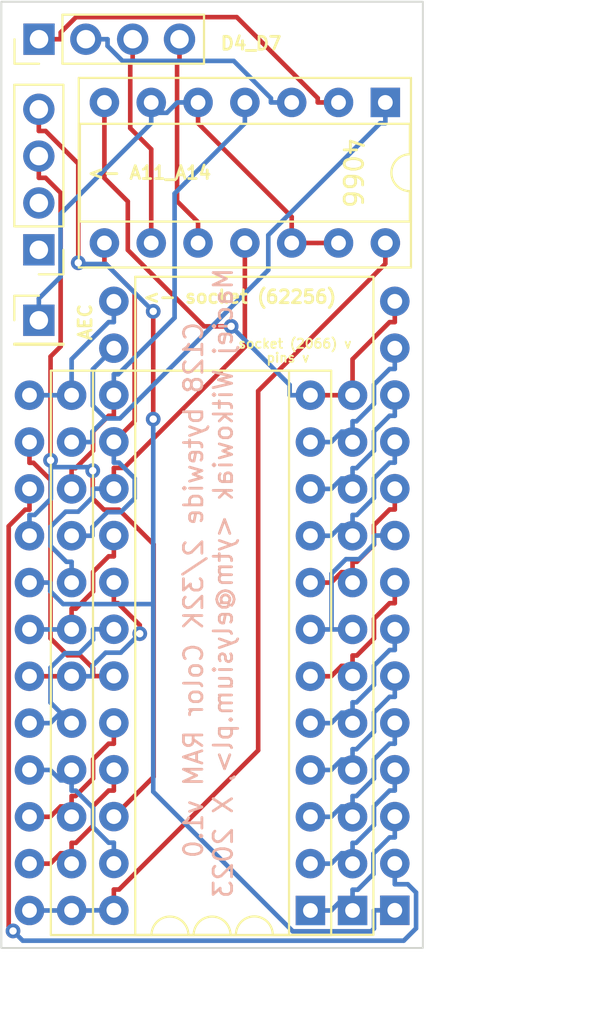
<source format=kicad_pcb>
(kicad_pcb (version 20211014) (generator pcbnew)
  (title_block (title "C128 bytewide 2/32K Color RAM") (date "2023-10-20") (rev "1.0") (company "YTM Enterprises") (comment 1 "Maciej Witkowiak <ytm@elysium.pl>"))
  (layers (0 "F.Cu" signal) (31 "B.Cu" signal) (34 "B.Paste" user) (35 "F.Paste" user) (36 "B.SilkS" user "B.Silkscreen") (37 "F.SilkS" user "F.Silkscreen") (38 "B.Mask" user) (39 "F.Mask" user) (44 "Edge.Cuts" user))
  (net 0 "")
  (net 1 "/A11")
  (net 2 "/A12")
  (net 3 "/A13")
  (net 4 "/A14")
  (net 5 "/AEC")
  (net 6 "/D4_bus")
  (net 7 "/D5_bus")
  (net 8 "/D6_bus")
  (net 9 "/D7_bus")
  (net 10 "/A7")
  (net 11 "/A6")
  (net 12 "/A5")
  (net 13 "/A4")
  (net 14 "/A3")
  (net 15 "/A2")
  (net 16 "/A1")
  (net 17 "/A0")
  (net 18 "/D0")
  (net 19 "/D1")
  (net 20 "/D2")
  (net 21 "GND")
  (net 22 "/D3")
  (net 23 "/~{CS}")
  (net 24 "/A10")
  (net 25 "/~{OE}")
  (net 26 "/~{WE}")
  (net 27 "/A9")
  (net 28 "/A8")
  (net 29 "VCC")
  (net 30 "/D4")
  (net 31 "/D5")
  (net 32 "/D6")
  (net 33 "/D7")
  (footprint "Package_DIP:DIP-14_W7.62mm_Socket" (layer "F.Cu") (at 125.73 68.453 -90)
    (fp_text reference "U4" hide)
    (fp_text value "4066" (at 3.81 1.778 -90 unlocked) (layer "F.SilkS"))
    (fp_line (start -1.33 -1.39) (end -1.33 16.63) (layer "F.SilkS") (width 0.12))
    (fp_line (start 6.46 -1.33) (end 4.81 -1.33) (layer "F.SilkS") (width 0.12))
    (fp_line (start 8.95 -1.39) (end -1.33 -1.39) (layer "F.SilkS") (width 0.12))
    (fp_line (start 8.95 16.63) (end 8.95 -1.39) (layer "F.SilkS") (width 0.12))
    (fp_line (start 1.16 16.57) (end 6.46 16.57) (layer "F.SilkS") (width 0.12))
    (fp_line (start 6.46 16.57) (end 6.46 -1.33) (layer "F.SilkS") (width 0.12))
    (fp_line (start -1.33 16.63) (end 8.95 16.63) (layer "F.SilkS") (width 0.12))
    (fp_line (start 2.81 -1.33) (end 1.16 -1.33) (layer "F.SilkS") (width 0.12))
    (fp_line (start 1.16 -1.33) (end 1.16 16.57) (layer "F.SilkS") (width 0.12))
    (fp_arc (start 4.81 -1.33) (mid 3.81 -0.33) (end 2.81 -1.33) (layer "F.SilkS") (width 0.12))
    (pad "1" thru_hole rect (at 0 0 270) (size 1.6 1.6) (drill 0.8) (layers *.Cu *.Mask) (net 30 "/D4"))
    (pad "2" thru_hole oval (at 0 2.54 270) (size 1.6 1.6) (drill 0.8) (layers *.Cu *.Mask) (net 6 "/D4_bus"))
    (pad "3" thru_hole oval (at 0 5.08 270) (size 1.6 1.6) (drill 0.8) (layers *.Cu *.Mask) (net 7 "/D5_bus"))
    (pad "4" thru_hole oval (at 0 7.62 270) (size 1.6 1.6) (drill 0.8) (layers *.Cu *.Mask) (net 31 "/D5"))
    (pad "5" thru_hole oval (at 0 10.16 270) (size 1.6 1.6) (drill 0.8) (layers *.Cu *.Mask) (net 5 "/AEC"))
    (pad "6" thru_hole oval (at 0 12.7 270) (size 1.6 1.6) (drill 0.8) (layers *.Cu *.Mask) (net 5 "/AEC"))
    (pad "7" thru_hole oval (at 0 15.24 270) (size 1.6 1.6) (drill 0.8) (layers *.Cu *.Mask) (net 21 "GND"))
    (pad "8" thru_hole oval (at 7.62 15.24 270) (size 1.6 1.6) (drill 0.8) (layers *.Cu *.Mask) (net 32 "/D6"))
    (pad "9" thru_hole oval (at 7.62 12.7 270) (size 1.6 1.6) (drill 0.8) (layers *.Cu *.Mask) (net 8 "/D6_bus"))
    (pad "10" thru_hole oval (at 7.62 10.16 270) (size 1.6 1.6) (drill 0.8) (layers *.Cu *.Mask) (net 9 "/D7_bus"))
    (pad "11" thru_hole oval (at 7.62 7.62 270) (size 1.6 1.6) (drill 0.8) (layers *.Cu *.Mask) (net 33 "/D7"))
    (pad "12" thru_hole oval (at 7.62 5.08 270) (size 1.6 1.6) (drill 0.8) (layers *.Cu *.Mask) (net 5 "/AEC"))
    (pad "13" thru_hole oval (at 7.62 2.54 270) (size 1.6 1.6) (drill 0.8) (layers *.Cu *.Mask) (net 5 "/AEC"))
    (pad "14" thru_hole oval (at 7.62 0 270) (size 1.6 1.6) (drill 0.8) (layers *.Cu *.Mask) (net 29 "VCC"))
  )
  (footprint "Connector_PinHeader_2.54mm:PinHeader_1x04_P2.54mm_Vertical" (layer "F.Cu") (at 106.934 76.444 180)
    (fp_text reference "J1" hide)
    (fp_text value "A11_A14" hide)
    (fp_line (start -1.33 8.95) (end 1.33 8.95) (layer "F.SilkS") (width 0.12))
    (fp_line (start -1.33 0) (end -1.33 -1.33) (layer "F.SilkS") (width 0.12))
    (fp_line (start -1.33 1.27) (end -1.33 8.95) (layer "F.SilkS") (width 0.12))
    (fp_line (start -1.33 1.27) (end 1.33 1.27) (layer "F.SilkS") (width 0.12))
    (fp_line (start -1.33 -1.33) (end 0 -1.33) (layer "F.SilkS") (width 0.12))
    (fp_line (start 1.33 1.27) (end 1.33 8.95) (layer "F.SilkS") (width 0.12))
    (pad "1" thru_hole rect (at 0 0 180) (size 1.7 1.7) (drill 1) (layers *.Cu *.Mask) (net 1 "/A11"))
    (pad "2" thru_hole oval (at 0 2.54 180) (size 1.7 1.7) (drill 1) (layers *.Cu *.Mask) (net 2 "/A12"))
    (pad "3" thru_hole oval (at 0 5.08 180) (size 1.7 1.7) (drill 1) (layers *.Cu *.Mask) (net 3 "/A13"))
    (pad "4" thru_hole oval (at 0 7.62 180) (size 1.7 1.7) (drill 1) (layers *.Cu *.Mask) (net 4 "/A14"))
  )
  (footprint "Connector_PinHeader_2.54mm:PinHeader_1x04_P2.54mm_Vertical" (layer "F.Cu") (at 106.944 65.024 90)
    (fp_text reference "J3" hide)
    (fp_text value "D4_D7" (at -0.2286 9.769 180) (layer "F.SilkS") (effects (font (size 0.7 0.7)) (justify left)))
    (fp_line (start -1.33 -1.33) (end 0 -1.33) (layer "F.SilkS") (width 0.12))
    (fp_line (start -1.33 0) (end -1.33 -1.33) (layer "F.SilkS") (width 0.12))
    (fp_line (start -1.33 8.95) (end 1.33 8.95) (layer "F.SilkS") (width 0.12))
    (fp_line (start 1.33 1.27) (end 1.33 8.95) (layer "F.SilkS") (width 0.12))
    (fp_line (start -1.33 1.27) (end 1.33 1.27) (layer "F.SilkS") (width 0.12))
    (fp_line (start -1.33 1.27) (end -1.33 8.95) (layer "F.SilkS") (width 0.12))
    (pad "1" thru_hole rect (at 0 0 90) (size 1.7 1.7) (drill 1) (layers *.Cu *.Mask) (net 6 "/D4_bus"))
    (pad "2" thru_hole oval (at 0 2.54 90) (size 1.7 1.7) (drill 1) (layers *.Cu *.Mask) (net 7 "/D5_bus"))
    (pad "3" thru_hole oval (at 0 5.08 90) (size 1.7 1.7) (drill 1) (layers *.Cu *.Mask) (net 8 "/D6_bus"))
    (pad "4" thru_hole oval (at 0 7.62 90) (size 1.7 1.7) (drill 1) (layers *.Cu *.Mask) (net 9 "/D7_bus"))
  )
  (footprint "Connector_PinHeader_2.54mm:PinHeader_1x01_P2.54mm_Vertical" (layer "F.Cu") (at 106.934 80.264)
    (fp_text reference "J2" hide)
    (fp_text value "AEC" (at 2.5146 0.1016 90) (layer "F.SilkS") (effects (font (size 0.7 0.7))))
    (fp_line (start 1.33 1.27) (end 1.33 1.33) (layer "F.SilkS") (width 0.12))
    (fp_line (start -1.33 1.27) (end 1.33 1.27) (layer "F.SilkS") (width 0.12))
    (fp_line (start -1.33 1.27) (end -1.33 1.33) (layer "F.SilkS") (width 0.12))
    (fp_line (start -1.33 0) (end -1.33 -1.33) (layer "F.SilkS") (width 0.12))
    (fp_line (start -1.33 -1.33) (end 0 -1.33) (layer "F.SilkS") (width 0.12))
    (fp_line (start -1.33 1.33) (end 1.33 1.33) (layer "F.SilkS") (width 0.12))
    (pad "1" thru_hole rect (at 0 0) (size 1.7 1.7) (drill 1) (layers *.Cu *.Mask) (net 5 "/AEC"))
  )
  (footprint "Package_DIP:DIP-24_W15.24mm" (layer "F.Cu") (at 123.952 112.268 180)
    (fp_text reference "U3" hide)
    (fp_text value "2016" hide)
    (fp_line (start 14.08 -1.33) (end 8.62 -1.33) (layer "F.SilkS") (width 0.12))
    (fp_line (start 6.62 -1.33) (end 1.16 -1.33) (layer "F.SilkS") (width 0.12))
    (fp_line (start 14.08 29.27) (end 14.08 -1.33) (layer "F.SilkS") (width 0.12))
    (fp_line (start 1.16 -1.33) (end 1.16 29.27) (layer "F.SilkS") (width 0.12))
    (fp_line (start 1.16 29.27) (end 14.08 29.27) (layer "F.SilkS") (width 0.12))
    (fp_arc (start 8.62 -1.33) (mid 7.62 -0.33) (end 6.62 -1.33) (layer "F.SilkS") (width 0.12))
    (pad "1" thru_hole rect (at 0 0 180) (size 1.6 1.6) (drill 0.8) (layers *.Cu *.Mask) (net 10 "/A7"))
    (pad "2" thru_hole oval (at 0 2.54 180) (size 1.6 1.6) (drill 0.8) (layers *.Cu *.Mask) (net 11 "/A6"))
    (pad "3" thru_hole oval (at 0 5.08 180) (size 1.6 1.6) (drill 0.8) (layers *.Cu *.Mask) (net 12 "/A5"))
    (pad "4" thru_hole oval (at 0 7.62 180) (size 1.6 1.6) (drill 0.8) (layers *.Cu *.Mask) (net 13 "/A4"))
    (pad "5" thru_hole oval (at 0 10.16 180) (size 1.6 1.6) (drill 0.8) (layers *.Cu *.Mask) (net 14 "/A3"))
    (pad "6" thru_hole oval (at 0 12.7 180) (size 1.6 1.6) (drill 0.8) (layers *.Cu *.Mask) (net 15 "/A2"))
    (pad "7" thru_hole oval (at 0 15.24 180) (size 1.6 1.6) (drill 0.8) (layers *.Cu *.Mask) (net 16 "/A1"))
    (pad "8" thru_hole oval (at 0 17.78 180) (size 1.6 1.6) (drill 0.8) (layers *.Cu *.Mask) (net 17 "/A0"))
    (pad "9" thru_hole oval (at 0 20.32 180) (size 1.6 1.6) (drill 0.8) (layers *.Cu *.Mask) (net 18 "/D0"))
    (pad "10" thru_hole oval (at 0 22.86 180) (size 1.6 1.6) (drill 0.8) (layers *.Cu *.Mask) (net 19 "/D1"))
    (pad "11" thru_hole oval (at 0 25.4 180) (size 1.6 1.6) (drill 0.8) (layers *.Cu *.Mask) (net 20 "/D2"))
    (pad "12" thru_hole oval (at 0 27.94 180) (size 1.6 1.6) (drill 0.8) (layers *.Cu *.Mask) (net 21 "GND"))
    (pad "13" thru_hole oval (at 15.24 27.94 180) (size 1.6 1.6) (drill 0.8) (layers *.Cu *.Mask) (net 22 "/D3"))
    (pad "14" thru_hole oval (at 15.24 25.4 180) (size 1.6 1.6) (drill 0.8) (layers *.Cu *.Mask) (net 30 "/D4"))
    (pad "15" thru_hole oval (at 15.24 22.86 180) (size 1.6 1.6) (drill 0.8) (layers *.Cu *.Mask) (net 31 "/D5"))
    (pad "16" thru_hole oval (at 15.24 20.32 180) (size 1.6 1.6) (drill 0.8) (layers *.Cu *.Mask) (net 32 "/D6"))
    (pad "17" thru_hole oval (at 15.24 17.78 180) (size 1.6 1.6) (drill 0.8) (layers *.Cu *.Mask) (net 33 "/D7"))
    (pad "18" thru_hole oval (at 15.24 15.24 180) (size 1.6 1.6) (drill 0.8) (layers *.Cu *.Mask) (net 23 "/~{CS}"))
    (pad "19" thru_hole oval (at 15.24 12.7 180) (size 1.6 1.6) (drill 0.8) (layers *.Cu *.Mask) (net 24 "/A10"))
    (pad "20" thru_hole oval (at 15.24 10.16 180) (size 1.6 1.6) (drill 0.8) (layers *.Cu *.Mask) (net 25 "/~{OE}"))
    (pad "21" thru_hole oval (at 15.24 7.62 180) (size 1.6 1.6) (drill 0.8) (layers *.Cu *.Mask) (net 26 "/~{WE}"))
    (pad "22" thru_hole oval (at 15.24 5.08 180) (size 1.6 1.6) (drill 0.8) (layers *.Cu *.Mask) (net 27 "/A9"))
    (pad "23" thru_hole oval (at 15.24 2.54 180) (size 1.6 1.6) (drill 0.8) (layers *.Cu *.Mask) (net 28 "/A8"))
    (pad "24" thru_hole oval (at 15.24 0 180) (size 1.6 1.6) (drill 0.8) (layers *.Cu *.Mask) (net 29 "VCC"))
  )
  (footprint "Package_DIP:DIP-24_W15.24mm" (layer "F.Cu") (at 121.666 112.268 180)
    (fp_text reference "U1" hide)
    (fp_text value "2016-board" hide)
    (fp_line (start 1.16 29.27) (end 14.08 29.27) (layer "F.SilkS") (width 0.12))
    (fp_line (start 14.08 29.27) (end 14.08 -1.33) (layer "F.SilkS") (width 0.12))
    (fp_line (start 6.62 -1.33) (end 1.16 -1.33) (layer "F.SilkS") (width 0.12))
    (fp_line (start 1.16 -1.33) (end 1.16 29.27) (layer "F.SilkS") (width 0.12))
    (fp_line (start 14.08 -1.33) (end 8.62 -1.33) (layer "F.SilkS") (width 0.12))
    (fp_arc (start 8.62 -1.33) (mid 7.62 -0.33) (end 6.62 -1.33) (layer "F.SilkS") (width 0.12))
    (pad "1" thru_hole rect (at 0 0 180) (size 1.6 1.6) (drill 0.8) (layers *.Cu *.Mask) (net 10 "/A7"))
    (pad "2" thru_hole oval (at 0 2.54 180) (size 1.6 1.6) (drill 0.8) (layers *.Cu *.Mask) (net 11 "/A6"))
    (pad "3" thru_hole oval (at 0 5.08 180) (size 1.6 1.6) (drill 0.8) (layers *.Cu *.Mask) (net 12 "/A5"))
    (pad "4" thru_hole oval (at 0 7.62 180) (size 1.6 1.6) (drill 0.8) (layers *.Cu *.Mask) (net 13 "/A4"))
    (pad "5" thru_hole oval (at 0 10.16 180) (size 1.6 1.6) (drill 0.8) (layers *.Cu *.Mask) (net 14 "/A3"))
    (pad "6" thru_hole oval (at 0 12.7 180) (size 1.6 1.6) (drill 0.8) (layers *.Cu *.Mask) (net 15 "/A2"))
    (pad "7" thru_hole oval (at 0 15.24 180) (size 1.6 1.6) (drill 0.8) (layers *.Cu *.Mask) (net 16 "/A1"))
    (pad "8" thru_hole oval (at 0 17.78 180) (size 1.6 1.6) (drill 0.8) (layers *.Cu *.Mask) (net 17 "/A0"))
    (pad "9" thru_hole oval (at 0 20.32 180) (size 1.6 1.6) (drill 0.8) (layers *.Cu *.Mask) (net 18 "/D0"))
    (pad "10" thru_hole oval (at 0 22.86 180) (size 1.6 1.6) (drill 0.8) (layers *.Cu *.Mask) (net 19 "/D1"))
    (pad "11" thru_hole oval (at 0 25.4 180) (size 1.6 1.6) (drill 0.8) (layers *.Cu *.Mask) (net 20 "/D2"))
    (pad "12" thru_hole oval (at 0 27.94 180) (size 1.6 1.6) (drill 0.8) (layers *.Cu *.Mask) (net 21 "GND"))
    (pad "13" thru_hole oval (at 15.24 27.94 180) (size 1.6 1.6) (drill 0.8) (layers *.Cu *.Mask) (net 22 "/D3"))
    (pad "14" thru_hole oval (at 15.24 25.4 180) (size 1.6 1.6) (drill 0.8) (layers *.Cu *.Mask) (net 1 "/A11"))
    (pad "15" thru_hole oval (at 15.24 22.86 180) (size 1.6 1.6) (drill 0.8) (layers *.Cu *.Mask) (net 2 "/A12"))
    (pad "16" thru_hole oval (at 15.24 20.32 180) (size 1.6 1.6) (drill 0.8) (layers *.Cu *.Mask) (net 3 "/A13"))
    (pad "17" thru_hole oval (at 15.24 17.78 180) (size 1.6 1.6) (drill 0.8) (layers *.Cu *.Mask) (net 4 "/A14"))
    (pad "18" thru_hole oval (at 15.24 15.24 180) (size 1.6 1.6) (drill 0.8) (layers *.Cu *.Mask) (net 23 "/~{CS}"))
    (pad "19" thru_hole oval (at 15.24 12.7 180) (size 1.6 1.6) (drill 0.8) (layers *.Cu *.Mask) (net 24 "/A10"))
    (pad "20" thru_hole oval (at 15.24 10.16 180) (size 1.6 1.6) (drill 0.8) (layers *.Cu *.Mask) (net 25 "/~{OE}"))
    (pad "21" thru_hole oval (at 15.24 7.62 180) (size 1.6 1.6) (drill 0.8) (layers *.Cu *.Mask) (net 26 "/~{WE}"))
    (pad "22" thru_hole oval (at 15.24 5.08 180) (size 1.6 1.6) (drill 0.8) (layers *.Cu *.Mask) (net 27 "/A9"))
    (pad "23" thru_hole oval (at 15.24 2.54 180) (size 1.6 1.6) (drill 0.8) (layers *.Cu *.Mask) (net 28 "/A8"))
    (pad "24" thru_hole oval (at 15.24 0 180) (size 1.6 1.6) (drill 0.8) (layers *.Cu *.Mask) (net 29 "VCC"))
  )
  (footprint "Package_DIP:DIP-28_W15.24mm" (layer "F.Cu") (at 126.243 112.258 180)
    (fp_text reference "U2" hide)
    (fp_text value "KM62256CLP" hide)
    (fp_line (start 1.16 34.35) (end 14.08 34.35) (layer "F.SilkS") (width 0.12))
    (fp_line (start 14.08 34.35) (end 14.08 -1.33) (layer "F.SilkS") (width 0.12))
    (fp_line (start 1.16 -1.33) (end 1.16 34.35) (layer "F.SilkS") (width 0.12))
    (fp_line (start 14.08 -1.33) (end 8.62 -1.33) (layer "F.SilkS") (width 0.12))
    (fp_line (start 6.62 -1.33) (end 1.16 -1.33) (layer "F.SilkS") (width 0.12))
    (fp_arc (start 8.62 -1.33) (mid 7.62 -0.33) (end 6.62 -1.33) (layer "F.SilkS") (width 0.12))
    (pad "1" thru_hole rect (at 0 0 180) (size 1.6 1.6) (drill 0.8) (layers *.Cu *.Mask) (net 4 "/A14"))
    (pad "2" thru_hole oval (at 0 2.54 180) (size 1.6 1.6) (drill 0.8) (layers *.Cu *.Mask) (net 2 "/A12"))
    (pad "3" thru_hole oval (at 0 5.08 180) (size 1.6 1.6) (drill 0.8) (layers *.Cu *.Mask) (net 10 "/A7"))
    (pad "4" thru_hole oval (at 0 7.62 180) (size 1.6 1.6) (drill 0.8) (layers *.Cu *.Mask) (net 11 "/A6"))
    (pad "5" thru_hole oval (at 0 10.16 180) (size 1.6 1.6) (drill 0.8) (layers *.Cu *.Mask) (net 12 "/A5"))
    (pad "6" thru_hole oval (at 0 12.7 180) (size 1.6 1.6) (drill 0.8) (layers *.Cu *.Mask) (net 13 "/A4"))
    (pad "7" thru_hole oval (at 0 15.24 180) (size 1.6 1.6) (drill 0.8) (layers *.Cu *.Mask) (net 14 "/A3"))
    (pad "8" thru_hole oval (at 0 17.78 180) (size 1.6 1.6) (drill 0.8) (layers *.Cu *.Mask) (net 15 "/A2"))
    (pad "9" thru_hole oval (at 0 20.32 180) (size 1.6 1.6) (drill 0.8) (layers *.Cu *.Mask) (net 16 "/A1"))
    (pad "10" thru_hole oval (at 0 22.86 180) (size 1.6 1.6) (drill 0.8) (layers *.Cu *.Mask) (net 17 "/A0"))
    (pad "11" thru_hole oval (at 0 25.4 180) (size 1.6 1.6) (drill 0.8) (layers *.Cu *.Mask) (net 18 "/D0"))
    (pad "12" thru_hole oval (at 0 27.94 180) (size 1.6 1.6) (drill 0.8) (layers *.Cu *.Mask) (net 19 "/D1"))
    (pad "13" thru_hole oval (at 0 30.48 180) (size 1.6 1.6) (drill 0.8) (layers *.Cu *.Mask) (net 20 "/D2"))
    (pad "14" thru_hole oval (at 0 33.02 180) (size 1.6 1.6) (drill 0.8) (layers *.Cu *.Mask) (net 21 "GND"))
    (pad "15" thru_hole oval (at 15.24 33.02 180) (size 1.6 1.6) (drill 0.8) (layers *.Cu *.Mask) (net 22 "/D3"))
    (pad "16" thru_hole oval (at 15.24 30.48 180) (size 1.6 1.6) (drill 0.8) (layers *.Cu *.Mask) (net 30 "/D4"))
    (pad "17" thru_hole oval (at 15.24 27.94 180) (size 1.6 1.6) (drill 0.8) (layers *.Cu *.Mask) (net 31 "/D5"))
    (pad "18" thru_hole oval (at 15.24 25.4 180) (size 1.6 1.6) (drill 0.8) (layers *.Cu *.Mask) (net 32 "/D6"))
    (pad "19" thru_hole oval (at 15.24 22.86 180) (size 1.6 1.6) (drill 0.8) (layers *.Cu *.Mask) (net 33 "/D7"))
    (pad "20" thru_hole oval (at 15.24 20.32 180) (size 1.6 1.6) (drill 0.8) (layers *.Cu *.Mask) (net 23 "/~{CS}"))
    (pad "21" thru_hole oval (at 15.24 17.78 180) (size 1.6 1.6) (drill 0.8) (layers *.Cu *.Mask) (net 24 "/A10"))
    (pad "22" thru_hole oval (at 15.24 15.24 180) (size 1.6 1.6) (drill 0.8) (layers *.Cu *.Mask) (net 25 "/~{OE}"))
    (pad "23" thru_hole oval (at 15.24 12.7 180) (size 1.6 1.6) (drill 0.8) (layers *.Cu *.Mask) (net 1 "/A11"))
    (pad "24" thru_hole oval (at 15.24 10.16 180) (size 1.6 1.6) (drill 0.8) (layers *.Cu *.Mask) (net 27 "/A9"))
    (pad "25" thru_hole oval (at 15.24 7.62 180) (size 1.6 1.6) (drill 0.8) (layers *.Cu *.Mask) (net 28 "/A8"))
    (pad "26" thru_hole oval (at 15.24 5.08 180) (size 1.6 1.6) (drill 0.8) (layers *.Cu *.Mask) (net 3 "/A13"))
    (pad "27" thru_hole oval (at 15.24 2.54 180) (size 1.6 1.6) (drill 0.8) (layers *.Cu *.Mask) (net 26 "/~{WE}"))
    (pad "28" thru_hole oval (at 15.24 0 180) (size 1.6 1.6) (drill 0.8) (layers *.Cu *.Mask) (net 29 "VCC"))
  )
  (gr_rect (start 104.902 62.992) (end 127.762 114.3) (layer "Edge.Cuts") (width 0.1) (fill none))
  (gr_text "C128 bytewide 2/32K Color RAM v1.0\nMaciej Witkowiak <ytm@elysium.pl>, X 2023 " (at 116.1288 94.8944 90) (layer "B.SilkS") (effects (font (size 1 1)) (justify mirror)))
  (gr_text "pins v" (at 121.666 82.296) (layer "F.SilkS") (effects (font (size 0.5 0.5) (thickness 0.1)) (justify right)))
  (gr_text "<- socket (62256)" (at 112.522 78.994) (layer "F.SilkS") (effects (font (size 0.7 0.7)) (justify left)))
  (gr_text "<- A11_A14" (at 109.4994 72.263) (layer "F.SilkS") (effects (font (size 0.7 0.7)) (justify left)))
  (gr_text "socket (2066) v" (at 123.952 81.534) (layer "F.SilkS") (effects (font (size 0.5 0.5) (thickness 0.1)) (justify right)))
  (segment (start 106.6437 87.9949) (end 106.426 87.9949) (width 0.25) (layer "F.Cu") (net 1))
  (segment (start 109.1719 98.4311) (end 108.4862 98.4311) (width 0.25) (layer "F.Cu") (net 1))
  (segment (start 108.4862 98.4311) (end 107.569 97.5139) (width 0.25) (layer "F.Cu") (net 1))
  (segment (start 107.569 97.5139) (end 107.569 88.9202) (width 0.25) (layer "F.Cu") (net 1))
  (segment (start 107.569 88.9202) (end 106.6437 87.9949) (width 0.25) (layer "F.Cu") (net 1))
  (segment (start 109.8761 99.1353) (end 109.1719 98.4311) (width 0.25) (layer "F.Cu") (net 1))
  (segment (start 106.426 86.868) (end 106.426 87.9949) (width 0.25) (layer "F.Cu") (net 1))
  (segment (start 111.003 99.558) (end 109.8761 99.558) (width 0.25) (layer "F.Cu") (net 1))
  (segment (start 109.8761 99.558) (end 109.8761 99.1353) (width 0.25) (layer "F.Cu") (net 1))
  (segment (start 105.2991 113.1434) (end 105.2991 91.4283) (width 0.25) (layer "F.Cu") (net 2))
  (segment (start 105.5334 113.3777) (end 105.2991 113.1434) (width 0.25) (layer "F.Cu") (net 2))
  (segment (start 106.426 89.408) (end 106.426 89.867) (width 0.25) (layer "F.Cu") (net 2))
  (segment (start 106.426 89.9714) (end 106.426 90.5349) (width 0.25) (layer "F.Cu") (net 2))
  (segment (start 105.2991 91.4283) (end 106.1925 90.5349) (width 0.25) (layer "F.Cu") (net 2))
  (segment (start 106.426 89.9714) (end 106.426 89.867) (width 0.25) (layer "F.Cu") (net 2))
  (segment (start 106.1925 90.5349) (end 106.426 90.5349) (width 0.25) (layer "F.Cu") (net 2))
  (via (at 105.5334 113.3777) (size 0.8) (drill 0.4) (layers "F.Cu" "B.Cu") (net 2))
  (segment (start 127.396 113.2372) (end 127.396 111.2936) (width 0.25) (layer "B.Cu") (net 2))
  (segment (start 127.396 111.2936) (end 126.9473 110.8449) (width 0.25) (layer "B.Cu") (net 2))
  (segment (start 106.0606 113.9049) (end 126.7283 113.9049) (width 0.25) (layer "B.Cu") (net 2))
  (segment (start 126.9473 110.8449) (end 126.243 110.8449) (width 0.25) (layer "B.Cu") (net 2))
  (segment (start 126.7283 113.9049) (end 127.396 113.2372) (width 0.25) (layer "B.Cu") (net 2))
  (segment (start 105.5334 113.3777) (end 106.0606 113.9049) (width 0.25) (layer "B.Cu") (net 2))
  (segment (start 126.243 109.718) (end 126.243 110.8449) (width 0.25) (layer "B.Cu") (net 2))
  (segment (start 108.1162 81.6834) (end 108.1162 73.3573) (width 0.25) (layer "F.Cu") (net 3))
  (segment (start 113.1616 92.4135) (end 113.1616 105.0194) (width 0.25) (layer "F.Cu") (net 3))
  (segment (start 110.462 90.5334) (end 111.2815 90.5334) (width 0.25) (layer "F.Cu") (net 3))
  (segment (start 108.1162 73.3573) (end 107.2998 72.5409) (width 0.25) (layer "F.Cu") (net 3))
  (segment (start 109.8575 89.9289) (end 110.462 90.5334) (width 0.25) (layer "F.Cu") (net 3))
  (segment (start 106.934 71.364) (end 106.934 72.5409) (width 0.25) (layer "F.Cu") (net 3))
  (segment (start 109.8575 88.4206) (end 109.8575 89.9289) (width 0.25) (layer "F.Cu") (net 3))
  (segment (start 111.2815 90.5334) (end 113.1616 92.4135) (width 0.25) (layer "F.Cu") (net 3))
  (segment (start 107.569 87.8552) (end 107.569 82.2306) (width 0.25) (layer "F.Cu") (net 3))
  (segment (start 113.1616 105.0194) (end 111.003 107.178) (width 0.25) (layer "F.Cu") (net 3))
  (segment (start 107.569 82.2306) (end 108.1162 81.6834) (width 0.25) (layer "F.Cu") (net 3))
  (segment (start 107.2998 72.5409) (end 106.934 72.5409) (width 0.25) (layer "F.Cu") (net 3))
  (via (at 109.8575 88.4206) (size 0.8) (drill 0.4) (layers "F.Cu" "B.Cu") (net 3))
  (via (at 107.569 87.8552) (size 0.8) (drill 0.4) (layers "F.Cu" "B.Cu") (net 3))
  (segment (start 107.5868 88.2267) (end 107.5868 87.873) (width 0.25) (layer "B.Cu") (net 3))
  (segment (start 106.426 91.948) (end 106.426 90.8211) (width 0.25) (layer "B.Cu") (net 3))
  (segment (start 107.5851 88.2284) (end 107.5851 89.9437) (width 0.25) (layer "B.Cu") (net 3))
  (segment (start 107.5868 87.873) (end 107.569 87.8552) (width 0.25) (layer "B.Cu") (net 3))
  (segment (start 109.6636 88.2267) (end 107.5868 88.2267) (width 0.25) (layer "B.Cu") (net 3))
  (segment (start 107.5851 89.9437) (end 106.7077 90.8211) (width 0.25) (layer "B.Cu") (net 3))
  (segment (start 107.5868 88.2267) (end 107.5851 88.2284) (width 0.25) (layer "B.Cu") (net 3))
  (segment (start 109.8575 88.4206) (end 109.6636 88.2267) (width 0.25) (layer "B.Cu") (net 3))
  (segment (start 106.7077 90.8211) (end 106.426 90.8211) (width 0.25) (layer "B.Cu") (net 3))
  (segment (start 109.0726 71.7717) (end 109.0726 77.147) (width 0.25) (layer "F.Cu") (net 4))
  (segment (start 106.934 68.824) (end 106.934 70.0009) (width 0.25) (layer "F.Cu") (net 4))
  (segment (start 113.1382 85.625) (end 113.1382 79.7795) (width 0.25) (layer "F.Cu") (net 4))
  (segment (start 106.934 70.0009) (end 107.3018 70.0009) (width 0.25) (layer "F.Cu") (net 4))
  (segment (start 107.3018 70.0009) (end 109.0726 71.7717) (width 0.25) (layer "F.Cu") (net 4))
  (via (at 113.1382 85.625) (size 0.8) (drill 0.4) (layers "F.Cu" "B.Cu") (net 4))
  (via (at 113.1382 79.7795) (size 0.8) (drill 0.4) (layers "F.Cu" "B.Cu") (net 4))
  (via (at 109.0726 77.147) (size 0.8) (drill 0.4) (layers "F.Cu" "B.Cu") (net 4))
  (segment (start 109.1391 77.2135) (end 109.0726 77.147) (width 0.25) (layer "B.Cu") (net 4))
  (segment (start 108.2511 95.6532) (end 113.1382 95.6532) (width 0.25) (layer "B.Cu") (net 4))
  (segment (start 107.5529 94.955) (end 108.2511 95.6532) (width 0.25) (layer "B.Cu") (net 4))
  (segment (start 106.426 94.488) (end 107.5529 94.488) (width 0.25) (layer "B.Cu") (net 4))
  (segment (start 125.1161 113.244) (end 124.9634 113.3967) (width 0.25) (layer "B.Cu") (net 4))
  (segment (start 107.5529 94.488) (end 107.5529 94.955) (width 0.25) (layer "B.Cu") (net 4))
  (segment (start 126.243 112.258) (end 125.1161 112.258) (width 0.25) (layer "B.Cu") (net 4))
  (segment (start 113.1382 95.6532) (end 113.1382 85.625) (width 0.25) (layer "B.Cu") (net 4))
  (segment (start 120.7094 113.3967) (end 113.1382 105.8255) (width 0.25) (layer "B.Cu") (net 4))
  (segment (start 125.1161 112.258) (end 125.1161 113.244) (width 0.25) (layer "B.Cu") (net 4))
  (segment (start 110.5722 77.2135) (end 109.1391 77.2135) (width 0.25) (layer "B.Cu") (net 4))
  (segment (start 124.9634 113.3967) (end 120.7094 113.3967) (width 0.25) (layer "B.Cu") (net 4))
  (segment (start 113.1382 105.8255) (end 113.1382 95.6532) (width 0.25) (layer "B.Cu") (net 4))
  (segment (start 113.1382 79.7795) (end 110.5722 77.2135) (width 0.25) (layer "B.Cu") (net 4))
  (segment (start 123.19 76.073) (end 122.0631 76.073) (width 0.25) (layer "F.Cu") (net 5))
  (segment (start 115.57 68.453) (end 115.57 69.5799) (width 0.25) (layer "F.Cu") (net 5))
  (segment (start 115.57 69.5799) (end 120.65 74.6599) (width 0.25) (layer "F.Cu") (net 5))
  (segment (start 120.65 76.073) (end 122.0631 76.073) (width 0.25) (layer "F.Cu") (net 5))
  (segment (start 120.65 74.6599) (end 120.65 76.073) (width 0.25) (layer "F.Cu") (net 5))
  (segment (start 108.1109 77.9102) (end 108.1109 74.499) (width 0.25) (layer "B.Cu") (net 5))
  (segment (start 113.03 69.0164) (end 113.8797 69.0164) (width 0.25) (layer "B.Cu") (net 5))
  (segment (start 113.8797 69.0164) (end 114.4431 68.453) (width 0.25) (layer "B.Cu") (net 5))
  (segment (start 106.934 79.0871) (end 108.1109 77.9102) (width 0.25) (layer "B.Cu") (net 5))
  (segment (start 113.03 68.453) (end 113.03 69.0164) (width 0.25) (layer "B.Cu") (net 5))
  (segment (start 113.03 69.0164) (end 113.03 69.5799) (width 0.25) (layer "B.Cu") (net 5))
  (segment (start 108.1109 74.499) (end 113.03 69.5799) (width 0.25) (layer "B.Cu") (net 5))
  (segment (start 115.57 68.453) (end 114.4431 68.453) (width 0.25) (layer "B.Cu") (net 5))
  (segment (start 106.934 80.264) (end 106.934 79.0871) (width 0.25) (layer "B.Cu") (net 5))
  (segment (start 117.6711 63.8275) (end 122.0631 68.2195) (width 0.25) (layer "F.Cu") (net 6))
  (segment (start 108.1209 65.024) (end 108.1209 64.6562) (width 0.25) (layer "F.Cu") (net 6))
  (segment (start 106.944 65.024) (end 108.1209 65.024) (width 0.25) (layer "F.Cu") (net 6))
  (segment (start 108.9496 63.8275) (end 117.6711 63.8275) (width 0.25) (layer "F.Cu") (net 6))
  (segment (start 108.1209 64.6562) (end 108.9496 63.8275) (width 0.25) (layer "F.Cu") (net 6))
  (segment (start 123.19 68.453) (end 122.0631 68.453) (width 0.25) (layer "F.Cu") (net 6))
  (segment (start 122.0631 68.2195) (end 122.0631 68.453) (width 0.25) (layer "F.Cu") (net 6))
  (segment (start 117.5045 66.2009) (end 119.5231 68.2195) (width 0.25) (layer "B.Cu") (net 7))
  (segment (start 110.6609 65.3919) (end 111.4699 66.2009) (width 0.25) (layer "B.Cu") (net 7))
  (segment (start 109.484 65.024) (end 110.6609 65.024) (width 0.25) (layer "B.Cu") (net 7))
  (segment (start 110.6609 65.024) (end 110.6609 65.3919) (width 0.25) (layer "B.Cu") (net 7))
  (segment (start 120.65 68.453) (end 119.5231 68.453) (width 0.25) (layer "B.Cu") (net 7))
  (segment (start 111.4699 66.2009) (end 117.5045 66.2009) (width 0.25) (layer "B.Cu") (net 7))
  (segment (start 119.5231 68.2195) (end 119.5231 68.453) (width 0.25) (layer "B.Cu") (net 7))
  (segment (start 113.03 70.9891) (end 111.892 69.8511) (width 0.25) (layer "F.Cu") (net 8))
  (segment (start 111.892 69.8511) (end 111.892 66.3329) (width 0.25) (layer "F.Cu") (net 8))
  (segment (start 113.03 76.073) (end 113.03 70.9891) (width 0.25) (layer "F.Cu") (net 8))
  (segment (start 111.892 66.3329) (end 112.024 66.2009) (width 0.25) (layer "F.Cu") (net 8))
  (segment (start 112.024 65.024) (end 112.024 66.2009) (width 0.25) (layer "F.Cu") (net 8))
  (segment (start 114.564 66.2009) (end 114.432 66.3329) (width 0.25) (layer "F.Cu") (net 9))
  (segment (start 114.432 66.3329) (end 114.432 73.8081) (width 0.25) (layer "F.Cu") (net 9))
  (segment (start 115.57 76.073) (end 115.57 74.9461) (width 0.25) (layer "F.Cu") (net 9))
  (segment (start 114.564 65.024) (end 114.564 66.2009) (width 0.25) (layer "F.Cu") (net 9))
  (segment (start 114.432 73.8081) (end 115.57 74.9461) (width 0.25) (layer "F.Cu") (net 9))
  (segment (start 123.952 111.1411) (end 124.2338 111.1411) (width 0.25) (layer "B.Cu") (net 10))
  (segment (start 124.2338 111.1411) (end 125.0804 110.2945) (width 0.25) (layer "B.Cu") (net 10))
  (segment (start 125.0804 109.1857) (end 125.9612 108.3049) (width 0.25) (layer "B.Cu") (net 10))
  (segment (start 125.0804 110.2945) (end 125.0804 109.1857) (width 0.25) (layer "B.Cu") (net 10))
  (segment (start 121.666 112.268) (end 122.7929 112.268) (width 0.25) (layer "B.Cu") (net 10))
  (segment (start 123.3564 111.7045) (end 122.7929 112.268) (width 0.25) (layer "B.Cu") (net 10))
  (segment (start 123.952 111.7045) (end 123.3564 111.7045) (width 0.25) (layer "B.Cu") (net 10))
  (segment (start 123.952 111.7045) (end 123.952 111.1411) (width 0.25) (layer "B.Cu") (net 10))
  (segment (start 123.952 112.268) (end 123.952 111.7045) (width 0.25) (layer "B.Cu") (net 10))
  (segment (start 126.243 107.178) (end 126.243 108.3049) (width 0.25) (layer "B.Cu") (net 10))
  (segment (start 125.9612 108.3049) (end 126.243 108.3049) (width 0.25) (layer "B.Cu") (net 10))
  (segment (start 123.3564 109.1645) (end 122.7929 109.728) (width 0.25) (layer "B.Cu") (net 11))
  (segment (start 125.1161 106.61) (end 125.9612 105.7649) (width 0.25) (layer "B.Cu") (net 11))
  (segment (start 125.1161 107.6314) (end 125.1161 106.61) (width 0.25) (layer "B.Cu") (net 11))
  (segment (start 123.952 109.1645) (end 123.3564 109.1645) (width 0.25) (layer "B.Cu") (net 11))
  (segment (start 124.1464 108.6011) (end 125.1161 107.6314) (width 0.25) (layer "B.Cu") (net 11))
  (segment (start 123.952 109.728) (end 123.952 109.1645) (width 0.25) (layer "B.Cu") (net 11))
  (segment (start 121.666 109.728) (end 122.7929 109.728) (width 0.25) (layer "B.Cu") (net 11))
  (segment (start 123.952 109.1645) (end 123.952 108.6011) (width 0.25) (layer "B.Cu") (net 11))
  (segment (start 125.9612 105.7649) (end 126.243 105.7649) (width 0.25) (layer "B.Cu") (net 11))
  (segment (start 126.243 104.638) (end 126.243 105.7649) (width 0.25) (layer "B.Cu") (net 11))
  (segment (start 123.952 108.6011) (end 124.1464 108.6011) (width 0.25) (layer "B.Cu") (net 11))
  (segment (start 121.666 107.188) (end 122.7929 107.188) (width 0.25) (layer "B.Cu") (net 12))
  (segment (start 123.952 107.188) (end 123.952 106.6245) (width 0.25) (layer "B.Cu") (net 12))
  (segment (start 126.243 102.098) (end 126.243 103.2249) (width 0.25) (layer "B.Cu") (net 12))
  (segment (start 125.1161 105.11) (end 125.1161 104.07) (width 0.25) (layer "B.Cu") (net 12))
  (segment (start 123.3564 106.6245) (end 122.7929 107.188) (width 0.25) (layer "B.Cu") (net 12))
  (segment (start 123.952 106.0611) (end 124.165 106.0611) (width 0.25) (layer "B.Cu") (net 12))
  (segment (start 125.1161 104.07) (end 125.9612 103.2249) (width 0.25) (layer "B.Cu") (net 12))
  (segment (start 124.165 106.0611) (end 125.1161 105.11) (width 0.25) (layer "B.Cu") (net 12))
  (segment (start 123.952 106.6245) (end 123.952 106.0611) (width 0.25) (layer "B.Cu") (net 12))
  (segment (start 125.9612 103.2249) (end 126.243 103.2249) (width 0.25) (layer "B.Cu") (net 12))
  (segment (start 123.952 106.6245) (end 123.3564 106.6245) (width 0.25) (layer "B.Cu") (net 12))
  (segment (start 121.666 104.648) (end 122.7929 104.648) (width 0.25) (layer "B.Cu") (net 13))
  (segment (start 123.952 103.5211) (end 124.165 103.5211) (width 0.25) (layer "B.Cu") (net 13))
  (segment (start 123.952 104.648) (end 123.952 104.0845) (width 0.25) (layer "B.Cu") (net 13))
  (segment (start 125.9612 100.6849) (end 126.243 100.6849) (width 0.25) (layer "B.Cu") (net 13))
  (segment (start 126.243 99.558) (end 126.243 100.6849) (width 0.25) (layer "B.Cu") (net 13))
  (segment (start 123.952 104.0845) (end 123.3564 104.0845) (width 0.25) (layer "B.Cu") (net 13))
  (segment (start 123.3564 104.0845) (end 122.7929 104.648) (width 0.25) (layer "B.Cu") (net 13))
  (segment (start 125.1161 101.53) (end 125.9612 100.6849) (width 0.25) (layer "B.Cu") (net 13))
  (segment (start 125.1161 102.57) (end 125.1161 101.53) (width 0.25) (layer "B.Cu") (net 13))
  (segment (start 124.165 103.5211) (end 125.1161 102.57) (width 0.25) (layer "B.Cu") (net 13))
  (segment (start 123.952 104.0845) (end 123.952 103.5211) (width 0.25) (layer "B.Cu") (net 13))
  (segment (start 123.952 101.5445) (end 123.3564 101.5445) (width 0.25) (layer "B.Cu") (net 14))
  (segment (start 126.243 98.1449) (end 125.9612 98.1449) (width 0.25) (layer "B.Cu") (net 14))
  (segment (start 125.1161 100.03) (end 124.165 100.9811) (width 0.25) (layer "B.Cu") (net 14))
  (segment (start 123.3564 101.5445) (end 122.7929 102.108) (width 0.25) (layer "B.Cu") (net 14))
  (segment (start 125.1161 98.99) (end 125.1161 100.03) (width 0.25) (layer "B.Cu") (net 14))
  (segment (start 124.165 100.9811) (end 123.952 100.9811) (width 0.25) (layer "B.Cu") (net 14))
  (segment (start 123.952 101.5445) (end 123.952 100.9811) (width 0.25) (layer "B.Cu") (net 14))
  (segment (start 126.243 97.018) (end 126.243 98.1449) (width 0.25) (layer "B.Cu") (net 14))
  (segment (start 121.666 102.108) (end 122.7929 102.108) (width 0.25) (layer "B.Cu") (net 14))
  (segment (start 125.9612 98.1449) (end 125.1161 98.99) (width 0.25) (layer "B.Cu") (net 14))
  (segment (start 123.952 102.108) (end 123.952 101.5445) (width 0.25) (layer "B.Cu") (net 14))
  (segment (start 121.666 99.568) (end 122.7929 99.568) (width 0.25) (layer "F.Cu") (net 15))
  (segment (start 126.243 95.6049) (end 125.9612 95.6049) (width 0.25) (layer "F.Cu") (net 15))
  (segment (start 124.1855 98.4411) (end 123.952 98.4411) (width 0.25) (layer "F.Cu") (net 15))
  (segment (start 125.1161 97.5105) (end 124.1855 98.4411) (width 0.25) (layer "F.Cu") (net 15))
  (segment (start 125.1161 96.45) (end 125.1161 97.5105) (width 0.25) (layer "F.Cu") (net 15))
  (segment (start 125.9612 95.6049) (end 125.1161 96.45) (width 0.25) (layer "F.Cu") (net 15))
  (segment (start 123.3564 99.0045) (end 122.7929 99.568) (width 0.25) (layer "F.Cu") (net 15))
  (segment (start 123.952 99.0045) (end 123.3564 99.0045) (width 0.25) (layer "F.Cu") (net 15))
  (segment (start 123.952 99.0045) (end 123.952 98.4411) (width 0.25) (layer "F.Cu") (net 15))
  (segment (start 123.952 99.568) (end 123.952 99.0045) (width 0.25) (layer "F.Cu") (net 15))
  (segment (start 126.243 94.478) (end 126.243 95.6049) (width 0.25) (layer "F.Cu") (net 15))
  (segment (start 126.243 91.938) (end 125.1161 91.938) (width 0.25) (layer "B.Cu") (net 16))
  (segment (start 125.1161 92.405) (end 125.1161 91.938) (width 0.25) (layer "B.Cu") (net 16))
  (segment (start 122.809 94.002) (end 123.593 93.218) (width 0.25) (layer "B.Cu") (net 16))
  (segment (start 123.593 93.218) (end 124.3031 93.218) (width 0.25) (layer "B.Cu") (net 16))
  (segment (start 124.3031 93.218) (end 125.1161 92.405) (width 0.25) (layer "B.Cu") (net 16))
  (segment (start 122.809 97.028) (end 122.809 94.002) (width 0.25) (layer "B.Cu") (net 16))
  (segment (start 123.952 97.028) (end 122.809 97.028) (width 0.25) (layer "B.Cu") (net 16))
  (segment (start 122.809 97.028) (end 121.666 97.028) (width 0.25) (layer "B.Cu") (net 16))
  (segment (start 123.3564 93.9245) (end 122.7929 94.488) (width 0.25) (layer "F.Cu") (net 17))
  (segment (start 124.1855 93.3611) (end 123.952 93.3611) (width 0.25) (layer "F.Cu") (net 17))
  (segment (start 123.952 94.488) (end 123.952 93.9245) (width 0.25) (layer "F.Cu") (net 17))
  (segment (start 123.952 93.9245) (end 123.3564 93.9245) (width 0.25) (layer "F.Cu") (net 17))
  (segment (start 123.952 93.9245) (end 123.952 93.3611) (width 0.25) (layer "F.Cu") (net 17))
  (segment (start 126.243 90.5249) (end 125.9612 90.5249) (width 0.25) (layer "F.Cu") (net 17))
  (segment (start 125.1161 91.37) (end 125.1161 92.4305) (width 0.25) (layer "F.Cu") (net 17))
  (segment (start 125.9612 90.5249) (end 125.1161 91.37) (width 0.25) (layer "F.Cu") (net 17))
  (segment (start 125.1161 92.4305) (end 124.1855 93.3611) (width 0.25) (layer "F.Cu") (net 17))
  (segment (start 126.243 89.398) (end 126.243 90.5249) (width 0.25) (layer "F.Cu") (net 17))
  (segment (start 121.666 94.488) (end 122.7929 94.488) (width 0.25) (layer "F.Cu") (net 17))
  (segment (start 126.243 86.858) (end 126.243 87.9849) (width 0.25) (layer "B.Cu") (net 18))
  (segment (start 125.1161 88.83) (end 125.9612 87.9849) (width 0.25) (layer "B.Cu") (net 18))
  (segment (start 123.3564 91.3845) (end 122.7929 91.948) (width 0.25) (layer "B.Cu") (net 18))
  (segment (start 125.9612 87.9849) (end 126.243 87.9849) (width 0.25) (layer "B.Cu") (net 18))
  (segment (start 123.952 91.3845) (end 123.3564 91.3845) (width 0.25) (layer "B.Cu") (net 18))
  (segment (start 125.1161 89.8905) (end 125.1161 88.83) (width 0.25) (layer "B.Cu") (net 18))
  (segment (start 124.1855 90.8211) (end 125.1161 89.8905) (width 0.25) (layer "B.Cu") (net 18))
  (segment (start 123.952 91.3845) (end 123.952 90.8211) (width 0.25) (layer "B.Cu") (net 18))
  (segment (start 123.952 90.8211) (end 124.1855 90.8211) (width 0.25) (layer "B.Cu") (net 18))
  (segment (start 121.666 91.948) (end 122.7929 91.948) (width 0.25) (layer "B.Cu") (net 18))
  (segment (start 123.952 91.948) (end 123.952 91.3845) (width 0.25) (layer "B.Cu") (net 18))
  (segment (start 125.9612 85.4449) (end 126.243 85.4449) (width 0.25) (layer "B.Cu") (net 19))
  (segment (start 123.3564 88.8445) (end 122.7929 89.408) (width 0.25) (layer "B.Cu") (net 19))
  (segment (start 123.952 88.8445) (end 123.952 88.2811) (width 0.25) (layer "B.Cu") (net 19))
  (segment (start 123.952 89.408) (end 123.952 88.8445) (width 0.25) (layer "B.Cu") (net 19))
  (segment (start 125.1161 86.29) (end 125.9612 85.4449) (width 0.25) (layer "B.Cu") (net 19))
  (segment (start 125.1161 87.33) (end 125.1161 86.29) (width 0.25) (layer "B.Cu") (net 19))
  (segment (start 121.666 89.408) (end 122.7929 89.408) (width 0.25) (layer "B.Cu") (net 19))
  (segment (start 123.952 88.2811) (end 124.165 88.2811) (width 0.25) (layer "B.Cu") (net 19))
  (segment (start 126.243 84.318) (end 126.243 85.4449) (width 0.25) (layer "B.Cu") (net 19))
  (segment (start 124.165 88.2811) (end 125.1161 87.33) (width 0.25) (layer "B.Cu") (net 19))
  (segment (start 123.952 88.8445) (end 123.3564 88.8445) (width 0.25) (layer "B.Cu") (net 19))
  (segment (start 123.952 86.3045) (end 123.3564 86.3045) (width 0.25) (layer "B.Cu") (net 20))
  (segment (start 123.952 86.3045) (end 123.952 85.7411) (width 0.25) (layer "B.Cu") (net 20))
  (segment (start 121.666 86.868) (end 122.7929 86.868) (width 0.25) (layer "B.Cu") (net 20))
  (segment (start 126.243 81.778) (end 126.243 82.9049) (width 0.25) (layer "B.Cu") (net 20))
  (segment (start 125.1161 84.79) (end 124.165 85.7411) (width 0.25) (layer "B.Cu") (net 20))
  (segment (start 126.243 82.9049) (end 125.9612 82.9049) (width 0.25) (layer "B.Cu") (net 20))
  (segment (start 124.165 85.7411) (end 123.952 85.7411) (width 0.25) (layer "B.Cu") (net 20))
  (segment (start 123.3564 86.3045) (end 122.7929 86.868) (width 0.25) (layer "B.Cu") (net 20))
  (segment (start 125.9612 82.9049) (end 125.1161 83.75) (width 0.25) (layer "B.Cu") (net 20))
  (segment (start 123.952 86.868) (end 123.952 86.3045) (width 0.25) (layer "B.Cu") (net 20))
  (segment (start 125.1161 83.75) (end 125.1161 84.79) (width 0.25) (layer "B.Cu") (net 20))
  (segment (start 123.952 84.328) (end 122.7929 84.328) (width 0.25) (layer "F.Cu") (net 21))
  (segment (start 123.952 82.3742) (end 123.952 84.328) (width 0.25) (layer "F.Cu") (net 21))
  (segment (start 111.76 76.453) (end 111.76 73.8222) (width 0.25) (layer "F.Cu") (net 21))
  (segment (start 125.9613 80.3649) (end 123.952 82.3742) (width 0.25) (layer "F.Cu") (net 21))
  (segment (start 117.3652 80.5935) (end 115.9005 80.5935) (width 0.25) (layer "F.Cu") (net 21))
  (segment (start 121.666 84.328) (end 122.7929 84.328) (width 0.25) (layer "F.Cu") (net 21))
  (segment (start 126.243 79.238) (end 126.243 80.3649) (width 0.25) (layer "F.Cu") (net 21))
  (segment (start 115.9005 80.5935) (end 111.76 76.453) (width 0.25) (layer "F.Cu") (net 21))
  (segment (start 111.76 73.8222) (end 110.49 72.5522) (width 0.25) (layer "F.Cu") (net 21))
  (segment (start 126.243 80.3649) (end 125.9613 80.3649) (width 0.25) (layer "F.Cu") (net 21))
  (segment (start 110.49 72.5522) (end 110.49 68.453) (width 0.25) (layer "F.Cu") (net 21))
  (via (at 117.3652 80.5935) (size 0.8) (drill 0.4) (layers "F.Cu" "B.Cu") (net 21))
  (segment (start 121.666 84.328) (end 120.5391 84.328) (width 0.25) (layer "B.Cu") (net 21))
  (segment (start 120.5391 83.7674) (end 117.3652 80.5935) (width 0.25) (layer "B.Cu") (net 21))
  (segment (start 120.5391 84.328) (end 120.5391 83.7674) (width 0.25) (layer "B.Cu") (net 21))
  (segment (start 110.7213 80.3649) (end 111.003 80.3649) (width 0.25) (layer "B.Cu") (net 22))
  (segment (start 108.712 84.328) (end 107.5529 84.328) (width 0.25) (layer "B.Cu") (net 22))
  (segment (start 108.712 84.328) (end 108.712 82.3742) (width 0.25) (layer "B.Cu") (net 22))
  (segment (start 106.426 84.328) (end 107.5529 84.328) (width 0.25) (layer "B.Cu") (net 22))
  (segment (start 108.712 82.3742) (end 110.7213 80.3649) (width 0.25) (layer "B.Cu") (net 22))
  (segment (start 111.003 79.238) (end 111.003 80.3649) (width 0.25) (layer "B.Cu") (net 22))
  (segment (start 108.9455 95.9011) (end 108.712 95.9011) (width 0.25) (layer "F.Cu") (net 23))
  (segment (start 111.003 93.0649) (end 110.7212 93.0649) (width 0.25) (layer "F.Cu") (net 23))
  (segment (start 109.8761 93.91) (end 109.8761 94.9705) (width 0.25) (layer "F.Cu") (net 23))
  (segment (start 108.712 97.028) (end 108.712 95.9011) (width 0.25) (layer "F.Cu") (net 23))
  (segment (start 109.8761 94.9705) (end 108.9455 95.9011) (width 0.25) (layer "F.Cu") (net 23))
  (segment (start 110.7212 93.0649) (end 109.8761 93.91) (width 0.25) (layer "F.Cu") (net 23))
  (segment (start 111.003 91.938) (end 111.003 93.0649) (width 0.25) (layer "F.Cu") (net 23))
  (segment (start 106.426 97.028) (end 108.712 97.028) (width 0.25) (layer "B.Cu") (net 23))
  (segment (start 111.003 95.6049) (end 111.2231 95.6049) (width 0.25) (layer "F.Cu") (net 24))
  (segment (start 112.4074 96.7892) (end 112.4074 97.2586) (width 0.25) (layer "F.Cu") (net 24))
  (segment (start 111.2231 95.6049) (end 112.4074 96.7892) (width 0.25) (layer "F.Cu") (net 24))
  (segment (start 106.426 99.568) (end 108.712 99.568) (width 0.25) (layer "F.Cu") (net 24))
  (segment (start 111.003 94.478) (end 111.003 95.6049) (width 0.25) (layer "F.Cu") (net 24))
  (via (at 112.4074 97.2586) (size 0.8) (drill 0.4) (layers "F.Cu" "B.Cu") (net 24))
  (segment (start 109.8389 99.568) (end 109.8389 99.0046) (width 0.25) (layer "B.Cu") (net 24))
  (segment (start 110.5555 98.288) (end 111.378 98.288) (width 0.25) (layer "B.Cu") (net 24))
  (segment (start 108.712 99.568) (end 109.8389 99.568) (width 0.25) (layer "B.Cu") (net 24))
  (segment (start 109.8389 99.0046) (end 110.5555 98.288) (width 0.25) (layer "B.Cu") (net 24))
  (segment (start 111.378 98.288) (end 112.4074 97.2586) (width 0.25) (layer "B.Cu") (net 24))
  (segment (start 108.3512 98.3156) (end 107.569 99.0978) (width 0.25) (layer "B.Cu") (net 25))
  (segment (start 109.8761 97.5814) (end 109.1419 98.3156) (width 0.25) (layer "B.Cu") (net 25))
  (segment (start 106.426 102.108) (end 107.5529 102.108) (width 0.25) (layer "B.Cu") (net 25))
  (segment (start 108.712 101.5445) (end 108.1164 101.5445) (width 0.25) (layer "B.Cu") (net 25))
  (segment (start 107.569 99.0978) (end 107.569 100.9971) (width 0.25) (layer "B.Cu") (net 25))
  (segment (start 107.569 100.9971) (end 108.1164 101.5445) (width 0.25) (layer "B.Cu") (net 25))
  (segment (start 109.8761 97.018) (end 109.8761 97.5814) (width 0.25) (layer "B.Cu") (net 25))
  (segment (start 108.1164 101.5445) (end 107.5529 102.108) (width 0.25) (layer "B.Cu") (net 25))
  (segment (start 111.003 97.018) (end 109.8761 97.018) (width 0.25) (layer "B.Cu") (net 25))
  (segment (start 108.712 102.108) (end 108.712 101.5445) (width 0.25) (layer "B.Cu") (net 25))
  (segment (start 109.1419 98.3156) (end 108.3512 98.3156) (width 0.25) (layer "B.Cu") (net 25))
  (segment (start 108.1163 105.2114) (end 107.5529 104.648) (width 0.25) (layer "B.Cu") (net 26))
  (segment (start 108.712 105.2114) (end 108.712 105.7749) (width 0.25) (layer "B.Cu") (net 26))
  (segment (start 111.003 109.718) (end 111.003 108.5911) (width 0.25) (layer "B.Cu") (net 26))
  (segment (start 109.8761 106.7055) (end 108.9455 105.7749) (width 0.25) (layer "B.Cu") (net 26))
  (segment (start 111.003 108.5911) (end 110.7212 108.5911) (width 0.25) (layer "B.Cu") (net 26))
  (segment (start 106.426 104.648) (end 107.5529 104.648) (width 0.25) (layer "B.Cu") (net 26))
  (segment (start 109.8761 107.746) (end 109.8761 106.7055) (width 0.25) (layer "B.Cu") (net 26))
  (segment (start 108.712 105.2114) (end 108.1163 105.2114) (width 0.25) (layer "B.Cu") (net 26))
  (segment (start 108.712 104.648) (end 108.712 105.2114) (width 0.25) (layer "B.Cu") (net 26))
  (segment (start 108.9455 105.7749) (end 108.712 105.7749) (width 0.25) (layer "B.Cu") (net 26))
  (segment (start 110.7212 108.5911) (end 109.8761 107.746) (width 0.25) (layer "B.Cu") (net 26))
  (segment (start 108.712 107.188) (end 108.712 106.6245) (width 0.25) (layer "F.Cu") (net 27))
  (segment (start 109.8761 104.07) (end 109.8761 105.11) (width 0.25) (layer "F.Cu") (net 27))
  (segment (start 109.8761 105.11) (end 108.925 106.0611) (width 0.25) (layer "F.Cu") (net 27))
  (segment (start 111.003 102.098) (end 111.003 103.2249) (width 0.25) (layer "F.Cu") (net 27))
  (segment (start 108.925 106.0611) (end 108.712 106.0611) (width 0.25) (layer "F.Cu") (net 27))
  (segment (start 106.426 107.188) (end 107.5529 107.188) (width 0.25) (layer "F.Cu") (net 27))
  (segment (start 108.712 106.6245) (end 108.1164 106.6245) (width 0.25) (layer "F.Cu") (net 27))
  (segment (start 108.712 106.6245) (end 108.712 106.0611) (width 0.25) (layer "F.Cu") (net 27))
  (segment (start 111.003 103.2249) (end 110.7212 103.2249) (width 0.25) (layer "F.Cu") (net 27))
  (segment (start 108.1164 106.6245) (end 107.5529 107.188) (width 0.25) (layer "F.Cu") (net 27))
  (segment (start 110.7212 103.2249) (end 109.8761 104.07) (width 0.25) (layer "F.Cu") (net 27))
  (segment (start 111.003 104.638) (end 111.003 105.7649) (width 0.25) (layer "F.Cu") (net 28))
  (segment (start 108.1164 109.1645) (end 107.5529 109.728) (width 0.25) (layer "F.Cu") (net 28))
  (segment (start 109.8761 107.6705) (end 108.9455 108.6011) (width 0.25) (layer "F.Cu") (net 28))
  (segment (start 111.003 105.7649) (end 110.7212 105.7649) (width 0.25) (layer "F.Cu") (net 28))
  (segment (start 106.426 109.728) (end 107.5529 109.728) (width 0.25) (layer "F.Cu") (net 28))
  (segment (start 108.712 109.728) (end 108.712 109.1645) (width 0.25) (layer "F.Cu") (net 28))
  (segment (start 108.712 109.1645) (end 108.712 108.6011) (width 0.25) (layer "F.Cu") (net 28))
  (segment (start 109.8761 106.61) (end 109.8761 107.6705) (width 0.25) (layer "F.Cu") (net 28))
  (segment (start 108.9455 108.6011) (end 108.712 108.6011) (width 0.25) (layer "F.Cu") (net 28))
  (segment (start 110.7212 105.7649) (end 109.8761 106.61) (width 0.25) (layer "F.Cu") (net 28))
  (segment (start 108.712 109.1645) (end 108.1164 109.1645) (width 0.25) (layer "F.Cu") (net 28))
  (segment (start 111.003 111.1311) (end 111.2847 111.1311) (width 0.25) (layer "F.Cu") (net 29))
  (segment (start 111.003 112.258) (end 111.003 111.1311) (width 0.25) (layer "F.Cu") (net 29))
  (segment (start 111.2847 111.1311) (end 118.8308 103.585) (width 0.25) (layer "F.Cu") (net 29))
  (segment (start 125.73 76.073) (end 125.73 77.1999) (width 0.25) (layer "F.Cu") (net 29))
  (segment (start 118.8308 103.585) (end 118.8308 84.0991) (width 0.25) (layer "F.Cu") (net 29))
  (segment (start 118.8308 84.0991) (end 125.73 77.1999) (width 0.25) (layer "F.Cu") (net 29))
  (segment (start 108.712 112.268) (end 109.8389 112.268) (width 0.25) (layer "B.Cu") (net 29))
  (segment (start 111.003 112.258) (end 109.8489 112.258) (width 0.25) (layer "B.Cu") (net 29))
  (segment (start 106.426 112.268) (end 108.712 112.268) (width 0.25) (layer "B.Cu") (net 29))
  (segment (start 109.8489 112.258) (end 109.8389 112.268) (width 0.25) (layer "B.Cu") (net 29))
  (segment (start 125.73 68.453) (end 125.73 69.5799) (width 0.25) (layer "B.Cu") (net 30))
  (segment (start 119.38 75.6482) (end 125.4483 69.5799) (width 0.25) (layer "B.Cu") (net 30))
  (segment (start 111.3322 85.588) (end 119.38 77.5402) (width 0.25) (layer "B.Cu") (net 30))
  (segment (start 109.8625 84.8951) (end 110.5554 85.588) (width 0.25) (layer "B.Cu") (net 30))
  (segment (start 109.8389 86.3045) (end 110.5554 85.588) (width 0.25) (layer "B.Cu") (net 30))
  (segment (start 108.712 86.868) (end 109.8389 86.868) (width 0.25) (layer "B.Cu") (net 30))
  (segment (start 119.38 77.5402) (end 119.38 75.6482) (width 0.25) (layer "B.Cu") (net 30))
  (segment (start 109.8389 86.868) (end 109.8389 86.3045) (width 0.25) (layer "B.Cu") (net 30))
  (segment (start 109.8625 82.9185) (end 109.8625 84.8951) (width 0.25) (layer "B.Cu") (net 30))
  (segment (start 110.5554 85.588) (end 111.3322 85.588) (width 0.25) (layer "B.Cu") (net 30))
  (segment (start 111.003 81.778) (end 109.8625 82.9185) (width 0.25) (layer "B.Cu") (net 30))
  (segment (start 125.4483 69.5799) (end 125.73 69.5799) (width 0.25) (layer "B.Cu") (net 30))
  (segment (start 109.8761 86.29) (end 109.8761 87.3359) (width 0.25) (layer "F.Cu") (net 31))
  (segment (start 111.003 85.4449) (end 110.7212 85.4449) (width 0.25) (layer "F.Cu") (net 31))
  (segment (start 111.003 84.318) (end 111.003 85.4449) (width 0.25) (layer "F.Cu") (net 31))
  (segment (start 108.9309 88.2811) (end 108.712 88.2811) (width 0.25) (layer "F.Cu") (net 31))
  (segment (start 110.7212 85.4449) (end 109.8761 86.29) (width 0.25) (layer "F.Cu") (net 31))
  (segment (start 109.8761 87.3359) (end 108.9309 88.2811) (width 0.25) (layer "F.Cu") (net 31))
  (segment (start 108.712 89.408) (end 108.712 88.2811) (width 0.25) (layer "F.Cu") (net 31))
  (segment (start 114.2985 80.1291) (end 111.2365 83.1911) (width 0.25) (layer "B.Cu") (net 31))
  (segment (start 118.11 68.453) (end 118.11 69.5799) (width 0.25) (layer "B.Cu") (net 31))
  (segment (start 111.2365 83.1911) (end 111.003 83.1911) (width 0.25) (layer "B.Cu") (net 31))
  (segment (start 118.11 69.5799) (end 114.2985 73.3914) (width 0.25) (layer "B.Cu") (net 31))
  (segment (start 114.2985 73.3914) (end 114.2985 80.1291) (width 0.25) (layer "B.Cu") (net 31))
  (segment (start 111.003 84.318) (end 111.003 83.1911) (width 0.25) (layer "B.Cu") (net 31))
  (segment (start 110.5638 77.1999) (end 110.49 77.1999) (width 0.25) (layer "F.Cu") (net 32))
  (segment (start 112.1299 78.766) (end 110.5638 77.1999) (width 0.25) (layer "F.Cu") (net 32))
  (segment (start 112.1299 85.7311) (end 112.1299 78.766) (width 0.25) (layer "F.Cu") (net 32))
  (segment (start 111.003 86.858) (end 112.1299 85.7311) (width 0.25) (layer "F.Cu") (net 32))
  (segment (start 110.49 76.073) (end 110.49 77.1999) (width 0.25) (layer "F.Cu") (net 32))
  (segment (start 110.6519 90.668) (end 109.8389 91.481) (width 0.25) (layer "B.Cu") (net 32))
  (segment (start 111.2847 87.9849) (end 112.1328 88.833) (width 0.25) (layer "B.Cu") (net 32))
  (segment (start 111.003 87.9849) (end 111.2847 87.9849) (width 0.25) (layer "B.Cu") (net 32))
  (segment (start 108.712 91.948) (end 109.8389 91.948) (width 0.25) (layer "B.Cu") (net 32))
  (segment (start 112.1328 88.833) (end 112.1328 89.9176) (width 0.25) (layer "B.Cu") (net 32))
  (segment (start 111.3824 90.668) (end 110.6519 90.668) (width 0.25) (layer "B.Cu") (net 32))
  (segment (start 112.1328 89.9176) (end 111.3824 90.668) (width 0.25) (layer "B.Cu") (net 32))
  (segment (start 109.8389 91.481) (end 109.8389 91.948) (width 0.25) (layer "B.Cu") (net 32))
  (segment (start 111.003 86.858) (end 111.003 87.9849) (width 0.25) (layer "B.Cu") (net 32))
  (segment (start 118.11 81.7136) (end 111.5525 88.2711) (width 0.25) (layer "F.Cu") (net 33))
  (segment (start 111.003 89.398) (end 111.003 88.2711) (width 0.25) (layer "F.Cu") (net 33))
  (segment (start 118.11 76.073) (end 118.11 81.7136) (width 0.25) (layer "F.Cu") (net 33))
  (segment (start 111.5525 88.2711) (end 111.003 88.2711) (width 0.25) (layer "F.Cu") (net 33))
  (segment (start 108.4303 93.3611) (end 107.5691 92.4999) (width 0.25) (layer "B.Cu") (net 33))
  (segment (start 108.712 94.488) (end 108.712 93.3611) (width 0.25) (layer "B.Cu") (net 33))
  (segment (start 109.0717 90.6426) (end 109.8761 89.8382) (width 0.25) (layer "B.Cu") (net 33))
  (segment (start 109.8761 89.8382) (end 109.8761 89.398) (width 0.25) (layer "B.Cu") (net 33))
  (segment (start 111.003 89.398) (end 109.8761 89.398) (width 0.25) (layer "B.Cu") (net 33))
  (segment (start 107.5691 92.4999) (end 107.5691 91.462) (width 0.25) (layer "B.Cu") (net 33))
  (segment (start 107.5691 91.462) (end 108.3885 90.6426) (width 0.25) (layer "B.Cu") (net 33))
  (segment (start 108.712 93.3611) (end 108.4303 93.3611) (width 0.25) (layer "B.Cu") (net 33))
  (segment (start 108.3885 90.6426) (end 109.0717 90.6426) (width 0.25) (layer "B.Cu") (net 33))
)
</source>
